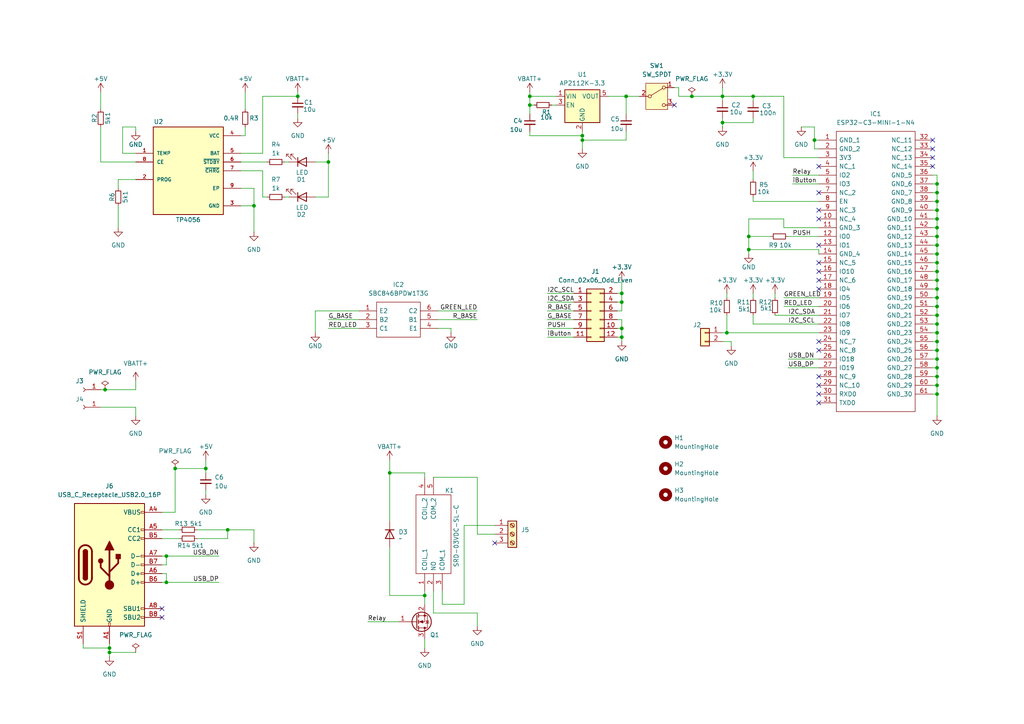
<source format=kicad_sch>
(kicad_sch (version 20250114) (generator "eeschema") (generator_version "9.0")
  (paper "A4")
  (junction (at 209.55 27.94))
  (junction (at 59.69 135.89))
  (junction (at 217.17 68.58))
  (junction (at 50.8 135.89))
  (junction (at 271.78 73.66))
  (junction (at 271.78 88.9))
  (junction (at 271.78 53.34))
  (junction (at 31.75 189.23))
  (junction (at 48.26 168.91))
  (junction (at 180.34 97.79))
  (junction (at 271.78 55.88))
  (junction (at 73.66 59.69))
  (junction (at 271.78 114.3))
  (junction (at 48.26 161.29))
  (junction (at 86.36 27.94))
  (junction (at 271.78 68.58))
  (junction (at 271.78 83.82))
  (junction (at 271.78 60.96))
  (junction (at 209.55 35.56))
  (junction (at 271.78 99.06))
  (junction (at 271.78 63.5))
  (junction (at 271.78 109.22))
  (junction (at 217.17 72.39))
  (junction (at 31.75 187.96))
  (junction (at 181.61 27.94))
  (junction (at 271.78 76.2))
  (junction (at 271.78 101.6))
  (junction (at 200.66 27.94))
  (junction (at 153.67 27.94))
  (junction (at 271.78 71.12))
  (junction (at 236.22 40.64))
  (junction (at 180.34 95.25))
  (junction (at 271.78 106.68))
  (junction (at 271.78 86.36))
  (junction (at 271.78 96.52))
  (junction (at 271.78 81.28))
  (junction (at 30.48 113.03))
  (junction (at 271.78 66.04))
  (junction (at 271.78 104.14))
  (junction (at 271.78 91.44))
  (junction (at 271.78 58.42))
  (junction (at 168.91 40.64))
  (junction (at 95.25 46.99))
  (junction (at 180.34 85.09))
  (junction (at 168.91 39.37))
  (junction (at 180.34 87.63))
  (junction (at 271.78 78.74))
  (junction (at 113.03 137.16))
  (junction (at 271.78 93.98))
  (junction (at 271.78 111.76))
  (junction (at 218.44 27.94))
  (junction (at 210.82 96.52))
  (junction (at 153.67 30.48))
  (junction (at 66.04 153.67))
  (junction (at 123.19 172.72))
  (no_connect (at 143.51 157.48))
  (no_connect (at 270.51 48.26))
  (no_connect (at 237.49 111.76))
  (no_connect (at 237.49 78.74))
  (no_connect (at 270.51 45.72))
  (no_connect (at 237.49 55.88))
  (no_connect (at 237.49 109.22))
  (no_connect (at 237.49 101.6))
  (no_connect (at 237.49 99.06))
  (no_connect (at 237.49 48.26))
  (no_connect (at 237.49 114.3))
  (no_connect (at 195.58 30.48))
  (no_connect (at 270.51 40.64))
  (no_connect (at 237.49 76.2))
  (no_connect (at 237.49 83.82))
  (no_connect (at 46.99 176.53))
  (no_connect (at 237.49 81.28))
  (no_connect (at 237.49 63.5))
  (no_connect (at 237.49 60.96))
  (no_connect (at 237.49 116.84))
  (no_connect (at 46.99 179.07))
  (no_connect (at 237.49 71.12))
  (no_connect (at 270.51 43.18))
  (wire (pts (xy 69.85 44.45) (xy 76.2 44.45)))
  (wire (pts (xy 209.55 27.94) (xy 209.55 29.21)))
  (wire (pts (xy 113.03 137.16) (xy 113.03 133.35)))
  (wire (pts (xy 50.8 148.59) (xy 46.99 148.59)))
  (wire (pts (xy 138.43 154.94) (xy 143.51 154.94)))
  (wire (pts (xy 227.33 45.72) (xy 227.33 27.94)))
  (wire (pts (xy 271.78 53.34) (xy 270.51 53.34)))
  (wire (pts (xy 271.78 68.58) (xy 271.78 71.12)))
  (wire (pts (xy 46.99 161.29) (xy 48.26 161.29)))
  (wire (pts (xy 180.34 97.79) (xy 180.34 99.06)))
  (wire (pts (xy 95.25 92.71) (xy 104.14 92.71)))
  (wire (pts (xy 180.34 92.71) (xy 180.34 95.25)))
  (wire (pts (xy 35.56 36.83) (xy 39.37 36.83)))
  (wire (pts (xy 237.49 45.72) (xy 227.33 45.72)))
  (wire (pts (xy 218.44 58.42) (xy 218.44 57.15)))
  (wire (pts (xy 218.44 27.94) (xy 227.33 27.94)))
  (wire (pts (xy 71.12 39.37) (xy 69.85 39.37)))
  (wire (pts (xy 271.78 114.3) (xy 271.78 120.65)))
  (wire (pts (xy 217.17 72.39) (xy 217.17 73.66)))
  (wire (pts (xy 73.66 54.61) (xy 73.66 59.69)))
  (wire (pts (xy 158.75 92.71) (xy 166.37 92.71)))
  (wire (pts (xy 212.09 99.06) (xy 212.09 100.33)))
  (wire (pts (xy 95.25 95.25) (xy 104.14 95.25)))
  (wire (pts (xy 46.99 153.67) (xy 52.07 153.67)))
  (wire (pts (xy 218.44 85.09) (xy 218.44 86.36)))
  (wire (pts (xy 134.62 175.26) (xy 128.27 175.26)))
  (wire (pts (xy 160.02 30.48) (xy 161.29 30.48)))
  (wire (pts (xy 113.03 137.16) (xy 123.19 137.16)))
  (wire (pts (xy 217.17 68.58) (xy 223.52 68.58)))
  (wire (pts (xy 24.13 187.96) (xy 31.75 187.96)))
  (wire (pts (xy 271.78 91.44) (xy 271.78 93.98)))
  (wire (pts (xy 218.44 49.53) (xy 218.44 52.07)))
  (wire (pts (xy 271.78 99.06) (xy 270.51 99.06)))
  (wire (pts (xy 218.44 93.98) (xy 237.49 93.98)))
  (wire (pts (xy 271.78 104.14) (xy 271.78 106.68)))
  (wire (pts (xy 50.8 135.89) (xy 50.8 148.59)))
  (wire (pts (xy 153.67 27.94) (xy 161.29 27.94)))
  (wire (pts (xy 168.91 38.1) (xy 168.91 39.37)))
  (wire (pts (xy 180.34 90.17) (xy 180.34 87.63)))
  (wire (pts (xy 180.34 81.28) (xy 180.34 85.09)))
  (wire (pts (xy 271.78 53.34) (xy 271.78 55.88)))
  (wire (pts (xy 29.21 113.03) (xy 30.48 113.03)))
  (wire (pts (xy 66.04 153.67) (xy 73.66 153.67)))
  (wire (pts (xy 271.78 88.9) (xy 270.51 88.9)))
  (wire (pts (xy 210.82 96.52) (xy 210.82 91.44)))
  (wire (pts (xy 271.78 109.22) (xy 270.51 109.22)))
  (wire (pts (xy 271.78 63.5) (xy 271.78 66.04)))
  (wire (pts (xy 104.14 90.17) (xy 91.44 90.17)))
  (wire (pts (xy 48.26 161.29) (xy 48.26 163.83)))
  (wire (pts (xy 232.41 36.83) (xy 236.22 36.83)))
  (wire (pts (xy 29.21 46.99) (xy 39.37 46.99)))
  (wire (pts (xy 39.37 110.49) (xy 39.37 113.03)))
  (wire (pts (xy 271.78 58.42) (xy 271.78 60.96)))
  (wire (pts (xy 180.34 97.79) (xy 179.07 97.79)))
  (wire (pts (xy 271.78 55.88) (xy 270.51 55.88)))
  (wire (pts (xy 123.19 185.42) (xy 123.19 187.96)))
  (wire (pts (xy 271.78 50.8) (xy 270.51 50.8)))
  (wire (pts (xy 127 95.25) (xy 130.81 95.25)))
  (wire (pts (xy 69.85 54.61) (xy 73.66 54.61)))
  (wire (pts (xy 271.78 106.68) (xy 270.51 106.68)))
  (wire (pts (xy 228.6 104.14) (xy 237.49 104.14)))
  (wire (pts (xy 236.22 40.64) (xy 236.22 43.18)))
  (wire (pts (xy 271.78 73.66) (xy 270.51 73.66)))
  (wire (pts (xy 34.29 52.07) (xy 34.29 54.61)))
  (wire (pts (xy 48.26 168.91) (xy 46.99 168.91)))
  (wire (pts (xy 271.78 60.96) (xy 271.78 63.5)))
  (wire (pts (xy 237.49 72.39) (xy 237.49 73.66)))
  (wire (pts (xy 91.44 46.99) (xy 95.25 46.99)))
  (wire (pts (xy 73.66 59.69) (xy 73.66 67.31)))
  (wire (pts (xy 271.78 71.12) (xy 271.78 73.66)))
  (wire (pts (xy 29.21 36.83) (xy 29.21 46.99)))
  (wire (pts (xy 168.91 40.64) (xy 168.91 43.18)))
  (wire (pts (xy 179.07 90.17) (xy 180.34 90.17)))
  (wire (pts (xy 138.43 177.8) (xy 138.43 181.61)))
  (wire (pts (xy 69.85 59.69) (xy 73.66 59.69)))
  (wire (pts (xy 271.78 83.82) (xy 270.51 83.82)))
  (wire (pts (xy 91.44 57.15) (xy 95.25 57.15)))
  (wire (pts (xy 106.68 180.34) (xy 115.57 180.34)))
  (wire (pts (xy 209.55 27.94) (xy 218.44 27.94)))
  (wire (pts (xy 271.78 71.12) (xy 270.51 71.12)))
  (wire (pts (xy 271.78 88.9) (xy 271.78 91.44)))
  (wire (pts (xy 271.78 101.6) (xy 271.78 104.14)))
  (wire (pts (xy 46.99 156.21) (xy 52.07 156.21)))
  (wire (pts (xy 153.67 26.67) (xy 153.67 27.94)))
  (wire (pts (xy 196.85 27.94) (xy 200.66 27.94)))
  (wire (pts (xy 125.73 171.45) (xy 125.73 177.8)))
  (wire (pts (xy 180.34 87.63) (xy 179.07 87.63)))
  (wire (pts (xy 123.19 172.72) (xy 123.19 175.26)))
  (wire (pts (xy 271.78 76.2) (xy 271.78 78.74)))
  (wire (pts (xy 271.78 114.3) (xy 270.51 114.3)))
  (wire (pts (xy 271.78 86.36) (xy 271.78 88.9)))
  (wire (pts (xy 271.78 96.52) (xy 271.78 99.06)))
  (wire (pts (xy 271.78 111.76) (xy 271.78 114.3)))
  (wire (pts (xy 130.81 95.25) (xy 130.81 96.52)))
  (wire (pts (xy 179.07 95.25) (xy 180.34 95.25)))
  (wire (pts (xy 209.55 27.94) (xy 209.55 25.4)))
  (wire (pts (xy 227.33 63.5) (xy 217.17 63.5)))
  (wire (pts (xy 217.17 72.39) (xy 237.49 72.39)))
  (wire (pts (xy 113.03 158.75) (xy 113.03 172.72)))
  (wire (pts (xy 224.79 91.44) (xy 237.49 91.44)))
  (wire (pts (xy 209.55 35.56) (xy 209.55 36.83)))
  (wire (pts (xy 86.36 27.94) (xy 86.36 26.67)))
  (wire (pts (xy 30.48 113.03) (xy 39.37 113.03)))
  (wire (pts (xy 181.61 40.64) (xy 168.91 40.64)))
  (wire (pts (xy 123.19 137.16) (xy 123.19 138.43)))
  (wire (pts (xy 31.75 186.69) (xy 31.75 187.96)))
  (wire (pts (xy 271.78 50.8) (xy 271.78 53.34)))
  (wire (pts (xy 86.36 33.02) (xy 86.36 34.29)))
  (wire (pts (xy 158.75 90.17) (xy 166.37 90.17)))
  (wire (pts (xy 236.22 43.18) (xy 237.49 43.18)))
  (wire (pts (xy 217.17 63.5) (xy 217.17 68.58)))
  (wire (pts (xy 39.37 118.11) (xy 39.37 120.65)))
  (wire (pts (xy 271.78 93.98) (xy 270.51 93.98)))
  (wire (pts (xy 271.78 106.68) (xy 271.78 109.22)))
  (wire (pts (xy 271.78 66.04) (xy 270.51 66.04)))
  (wire (pts (xy 158.75 97.79) (xy 166.37 97.79)))
  (wire (pts (xy 153.67 39.37) (xy 168.91 39.37)))
  (wire (pts (xy 48.26 166.37) (xy 48.26 168.91)))
  (wire (pts (xy 237.49 40.64) (xy 236.22 40.64)))
  (wire (pts (xy 209.55 35.56) (xy 209.55 34.29)))
  (wire (pts (xy 209.55 99.06) (xy 212.09 99.06)))
  (wire (pts (xy 271.78 104.14) (xy 270.51 104.14)))
  (wire (pts (xy 113.03 137.16) (xy 113.03 151.13)))
  (wire (pts (xy 50.8 135.89) (xy 59.69 135.89)))
  (wire (pts (xy 271.78 91.44) (xy 270.51 91.44)))
  (wire (pts (xy 271.78 66.04) (xy 271.78 68.58)))
  (wire (pts (xy 179.07 85.09) (xy 180.34 85.09)))
  (wire (pts (xy 271.78 101.6) (xy 270.51 101.6)))
  (wire (pts (xy 31.75 189.23) (xy 31.75 190.5)))
  (wire (pts (xy 218.44 34.29) (xy 218.44 35.56)))
  (wire (pts (xy 181.61 38.1) (xy 181.61 40.64)))
  (wire (pts (xy 227.33 63.5) (xy 227.33 66.04)))
  (wire (pts (xy 71.12 26.67) (xy 71.12 31.75)))
  (wire (pts (xy 271.78 78.74) (xy 270.51 78.74)))
  (wire (pts (xy 134.62 152.4) (xy 134.62 175.26)))
  (wire (pts (xy 153.67 30.48) (xy 154.94 30.48)))
  (wire (pts (xy 57.15 153.67) (xy 66.04 153.67)))
  (wire (pts (xy 73.66 153.67) (xy 73.66 157.48)))
  (wire (pts (xy 158.75 87.63) (xy 166.37 87.63)))
  (wire (pts (xy 91.44 90.17) (xy 91.44 96.52)))
  (wire (pts (xy 200.66 27.94) (xy 209.55 27.94)))
  (wire (pts (xy 127 90.17) (xy 138.43 90.17)))
  (wire (pts (xy 271.78 58.42) (xy 270.51 58.42)))
  (wire (pts (xy 179.07 92.71) (xy 180.34 92.71)))
  (wire (pts (xy 271.78 93.98) (xy 271.78 96.52)))
  (wire (pts (xy 229.87 50.8) (xy 237.49 50.8)))
  (wire (pts (xy 46.99 166.37) (xy 48.26 166.37)))
  (wire (pts (xy 271.78 55.88) (xy 271.78 58.42)))
  (wire (pts (xy 35.56 36.83) (xy 35.56 44.45)))
  (wire (pts (xy 271.78 68.58) (xy 270.51 68.58)))
  (wire (pts (xy 95.25 46.99) (xy 95.25 57.15)))
  (wire (pts (xy 209.55 35.56) (xy 218.44 35.56)))
  (wire (pts (xy 34.29 59.69) (xy 34.29 66.04)))
  (wire (pts (xy 29.21 26.67) (xy 29.21 31.75)))
  (wire (pts (xy 218.44 91.44) (xy 218.44 93.98)))
  (wire (pts (xy 218.44 58.42) (xy 237.49 58.42)))
  (wire (pts (xy 127 92.71) (xy 138.43 92.71)))
  (wire (pts (xy 217.17 68.58) (xy 217.17 72.39)))
  (wire (pts (xy 31.75 187.96) (xy 31.75 189.23)))
  (wire (pts (xy 143.51 152.4) (xy 134.62 152.4)))
  (wire (pts (xy 69.85 46.99) (xy 77.47 46.99)))
  (wire (pts (xy 153.67 33.02) (xy 153.67 30.48)))
  (wire (pts (xy 168.91 39.37) (xy 168.91 40.64)))
  (wire (pts (xy 176.53 27.94) (xy 181.61 27.94)))
  (wire (pts (xy 158.75 95.25) (xy 166.37 95.25)))
  (wire (pts (xy 76.2 49.53) (xy 76.2 57.15)))
  (wire (pts (xy 76.2 57.15) (xy 77.47 57.15)))
  (wire (pts (xy 196.85 25.4) (xy 195.58 25.4)))
  (wire (pts (xy 69.85 49.53) (xy 76.2 49.53)))
  (wire (pts (xy 227.33 88.9) (xy 237.49 88.9)))
  (wire (pts (xy 39.37 52.07) (xy 34.29 52.07)))
  (wire (pts (xy 66.04 156.21) (xy 66.04 153.67)))
  (wire (pts (xy 210.82 86.36) (xy 210.82 85.09)))
  (wire (pts (xy 48.26 163.83) (xy 46.99 163.83)))
  (wire (pts (xy 180.34 85.09) (xy 180.34 87.63)))
  (wire (pts (xy 125.73 138.43) (xy 138.43 138.43)))
  (wire (pts (xy 39.37 36.83) (xy 39.37 38.1)))
  (wire (pts (xy 138.43 138.43) (xy 138.43 154.94)))
  (wire (pts (xy 181.61 27.94) (xy 185.42 27.94)))
  (wire (pts (xy 181.61 33.02) (xy 181.61 27.94)))
  (wire (pts (xy 271.78 111.76) (xy 270.51 111.76)))
  (wire (pts (xy 271.78 63.5) (xy 270.51 63.5)))
  (wire (pts (xy 271.78 81.28) (xy 270.51 81.28)))
  (wire (pts (xy 153.67 38.1) (xy 153.67 39.37)))
  (wire (pts (xy 236.22 36.83) (xy 236.22 40.64)))
  (wire (pts (xy 271.78 96.52) (xy 270.51 96.52)))
  (wire (pts (xy 82.55 46.99) (xy 83.82 46.99)))
  (wire (pts (xy 271.78 60.96) (xy 270.51 60.96)))
  (wire (pts (xy 271.78 86.36) (xy 270.51 86.36)))
  (wire (pts (xy 95.25 44.45) (xy 95.25 46.99)))
  (wire (pts (xy 158.75 85.09) (xy 166.37 85.09)))
  (wire (pts (xy 123.19 172.72) (xy 123.19 171.45)))
  (wire (pts (xy 227.33 66.04) (xy 237.49 66.04)))
  (wire (pts (xy 125.73 177.8) (xy 138.43 177.8)))
  (wire (pts (xy 227.33 86.36) (xy 237.49 86.36)))
  (wire (pts (xy 210.82 96.52) (xy 237.49 96.52)))
  (wire (pts (xy 209.55 96.52) (xy 210.82 96.52)))
  (wire (pts (xy 218.44 27.94) (xy 218.44 29.21)))
  (wire (pts (xy 24.13 186.69) (xy 24.13 187.96)))
  (wire (pts (xy 153.67 30.48) (xy 153.67 27.94)))
  (wire (pts (xy 196.85 25.4) (xy 196.85 27.94)))
  (wire (pts (xy 229.87 53.34) (xy 237.49 53.34)))
  (wire (pts (xy 271.78 99.06) (xy 271.78 101.6)))
  (wire (pts (xy 48.26 161.29) (xy 63.5 161.29)))
  (wire (pts (xy 180.34 95.25) (xy 180.34 97.79)))
  (wire (pts (xy 271.78 73.66) (xy 271.78 76.2)))
  (wire (pts (xy 57.15 156.21) (xy 66.04 156.21)))
  (wire (pts (xy 128.27 171.45) (xy 128.27 175.26)))
  (wire (pts (xy 71.12 36.83) (xy 71.12 39.37)))
  (wire (pts (xy 271.78 76.2) (xy 270.51 76.2)))
  (wire (pts (xy 76.2 27.94) (xy 76.2 44.45)))
  (wire (pts (xy 113.03 172.72) (xy 123.19 172.72)))
  (wire (pts (xy 48.26 168.91) (xy 63.5 168.91)))
  (wire (pts (xy 59.69 133.35) (xy 59.69 135.89)))
  (wire (pts (xy 59.69 143.51) (xy 59.69 142.24)))
  (wire (pts (xy 228.6 68.58) (xy 237.49 68.58)))
  (wire (pts (xy 82.55 57.15) (xy 83.82 57.15)))
  (wire (pts (xy 271.78 81.28) (xy 271.78 83.82)))
  (wire (pts (xy 29.21 118.11) (xy 39.37 118.11)))
  (wire (pts (xy 76.2 27.94) (xy 86.36 27.94)))
  (wire (pts (xy 59.69 137.16) (xy 59.69 135.89)))
  (wire (pts (xy 271.78 109.22) (xy 271.78 111.76)))
  (wire (pts (xy 35.56 44.45) (xy 39.37 44.45)))
  (wire (pts (xy 224.79 85.09) (xy 224.79 86.36)))
  (wire (pts (xy 228.6 106.68) (xy 237.49 106.68)))
  (wire (pts (xy 39.37 189.23) (xy 31.75 189.23)))
  (wire (pts (xy 271.78 83.82) (xy 271.78 86.36)))
  (wire (pts (xy 271.78 78.74) (xy 271.78 81.28)))
  (label "I2C_SCL" (at 228.6 93.98 0))
  (label "PUSH" (at 158.75 95.25 0))
  (label "PUSH" (at 229.87 68.58 0))
  (label "Relay" (at 106.68 180.34 0))
  (label "USB_DN" (at 228.6 104.14 0))
  (label "I2C_SDA" (at 228.6 91.44 0))
  (label "RED_LED" (at 227.33 88.9 0))
  (label "I2C_SDA" (at 158.75 87.63 0))
  (label "GREEN_LED" (at 138.43 90.17 180))
  (label "iButton" (at 158.75 97.79 0))
  (label "USB_DN" (at 63.5 161.29 180))
  (label "Relay" (at 229.87 50.8 0))
  (label "I2C_SCL" (at 158.75 85.09 0))
  (label "USB_DP" (at 63.5 168.91 180))
  (label "RED_LED" (at 95.25 95.25 0))
  (label "G_BASE" (at 158.75 92.71 0))
  (label "R_BASE" (at 158.75 90.17 0))
  (label "GREEN_LED" (at 227.33 86.36 0))
  (label "R_BASE" (at 138.43 92.71 180))
  (label "G_BASE" (at 95.25 92.71 0))
  (label "iButton" (at 229.87 53.34 0))
  (label "USB_DP" (at 228.6 106.68 0))
  (symbol (lib_id "power:+5V") (at 95.25 44.45 0) (unit 1)
    (property "Reference" "#PWR011" (effects (hide yes)))
    (property "Value" "+5V" (at 95.25 40.64 0))
    (property "Description" "Power symbol creates a global label with name \"+5V\"" (effects (hide yes)))
  )
  (symbol (lib_id "power:GND") (at 86.36 34.29 0) (unit 1)
    (property "Reference" "#PWR06" (effects (hide yes)))
    (property "Value" "GND" (at 86.36 39.37 0))
    (property "Description" "Power symbol creates a global label with name \"GND\" , ground" (effects (hide yes)))
  )
  (symbol (lib_id "Device:R_Small") (at 218.44 54.61 180) (unit 1)
    (property "Reference" "R5" (at 221.488 53.594 0))
    (property "Value" "10k" (at 221.488 55.626 0))
    (property "Footprint" "Capacitor_SMD:C_1206_3216Metric_Pad1.33x1.80mm_HandSolder" (effects (hide yes)))
    (property "Description" "Resistor, small symbol" (effects (hide yes)))
  )
  (symbol (lib_id "power:PWR_FLAG") (at 50.8 135.89 0) (unit 1)
    (property "Reference" "#FLG02" (effects (hide yes)))
    (property "Value" "PWR_FLAG" (at 50.8 130.81 0))
    (property "Description" "Special symbol for telling ERC where power comes from" (effects (hide yes)))
  )
  (symbol (lib_id "power:VBUS") (at 39.37 110.49 0) (unit 1)
    (property "Reference" "#PWR022" (effects (hide yes)))
    (property "Value" "VBATT+" (at 39.37 105.41 0))
    (property "Description" "Power symbol creates a global label with name \"VBUS\"" (effects (hide yes)))
  )
  (symbol (lib_id "Device:R_Small") (at 218.44 88.9 180) (unit 1)
    (property "Reference" "R11" (at 215.646 87.63 0))
    (property "Value" "5k1" (at 215.9 89.662 0))
    (property "Footprint" "Capacitor_SMD:C_1206_3216Metric_Pad1.33x1.80mm_HandSolder" (effects (hide yes)))
    (property "Description" "Resistor, small symbol" (effects (hide yes)))
  )
  (symbol (lib_id "power:GND") (at 138.43 181.61 0) (unit 1)
    (property "Reference" "#PWR033" (effects (hide yes)))
    (property "Value" "GND" (at 138.43 186.69 0))
    (property "Description" "Power symbol creates a global label with name \"GND\" , ground" (effects (hide yes)))
  )
  (symbol (lib_id "power:GND") (at 130.81 96.52 0) (unit 1)
    (property "Reference" "#PWR031" (effects (hide yes)))
    (property "Value" "GND" (at 130.81 100.33 0))
    (property "Description" "Power symbol creates a global label with name \"GND\" , ground" (effects (hide yes)))
  )
  (symbol (lib_id "Connector:Conn_01x01_Socket") (at 24.13 118.11 180) (unit 1) (exclude_from_sim yes)
    (property "Reference" "J4" (at 23.114 115.824 0))
    (property "Value" "Conn_01x01_Socket" (effects (hide yes)))
    (property "Footprint" "CustomLibrary:SolderWirePad_1x01_SMD_4x4mm" (effects (hide yes)))
    (property "Description" "Generic connector, single row, 01x01, script generated" (effects (hide yes)))
  )
  (symbol (lib_id "Device:R_Small") (at 224.79 88.9 180) (unit 1)
    (property "Reference" "R12" (at 221.996 87.63 0))
    (property "Value" "5k1" (at 222.25 89.408 0))
    (property "Footprint" "Capacitor_SMD:C_1206_3216Metric_Pad1.33x1.80mm_HandSolder" (effects (hide yes)))
    (property "Description" "Resistor, small symbol" (effects (hide yes)))
  )
  (symbol (lib_id "power:GND") (at 168.91 43.18 0) (unit 1)
    (property "Reference" "#PWR010" (effects (hide yes)))
    (property "Value" "GND" (at 168.91 48.26 0))
    (property "Description" "Power symbol creates a global label with name \"GND\" , ground" (effects (hide yes)))
  )
  (symbol (lib_id "power:VBUS") (at 113.03 133.35 0) (unit 1)
    (property "Reference" "#PWR026" (effects (hide yes)))
    (property "Value" "VBATT+" (at 113.03 129.54 0))
    (property "Description" "Power symbol creates a global label with name \"VBUS\"" (effects (hide yes)))
  )
  (symbol (lib_id "Connector_Generic:Conn_02x06_Odd_Even") (at 171.45 90.17 0) (unit 1)
    (property "Reference" "J1" (at 172.72 78.74 0))
    (property "Value" "Conn_02x06_Odd_Even" (at 172.72 81.28 0))
    (property "Footprint" "Connector_PinHeader_2.00mm:PinHeader_2x06_P2.00mm_Vertical" (effects (hide yes)))
    (property "Description" "Generic connector, double row, 02x06, odd/even pin numbering scheme (row 1 odd numbers, row 2 even numbers), script generated (kicad-library-utils/schlib/autogen/connector/)" (effects (hide yes)))
  )
  (symbol (lib_id "Switch:SW_SPDT") (at 190.5 27.94 0) (unit 1)
    (property "Reference" "SW1" (at 190.5 19.05 0))
    (property "Value" "SW_SPDT" (at 190.5 21.59 0))
    (property "Footprint" "Connector_PinHeader_2.00mm:PinHeader_1x03_P2.00mm_Vertical" (effects (hide yes)))
    (property "Description" "Switch, single pole double throw" (effects (hide yes)))
  )
  (symbol (lib_id "Mechanical:MountingHole") (at 193.04 128.27 0) (unit 1) (exclude_from_sim yes) (in_bom no)
    (property "Reference" "H1" (at 195.58 126.9999 0) (effects (justify left)))
    (property "Value" "MountingHole" (at 195.58 129.5399 0) (effects (justify left)))
    (property "Footprint" "MountingHole:MountingHole_3.2mm_M3" (effects (hide yes)))
    (property "Description" "Mounting Hole without connection" (effects (hide yes)))
  )
  (symbol (lib_id "Device:R_Small") (at 71.12 34.29 0) (mirror x) (unit 1)
    (property "Reference" "R3" (at 73.66 34.29 0))
    (property "Value" "0.4R" (at 67.056 34.29 0))
    (property "Footprint" "Capacitor_SMD:C_1206_3216Metric_Pad1.33x1.80mm_HandSolder" (effects (hide yes)))
    (property "Description" "Resistor, small symbol" (effects (hide yes)))
  )
  (symbol (lib_id "Mechanical:MountingHole") (at 193.04 135.89 0) (unit 1) (exclude_from_sim yes) (in_bom no)
    (property "Reference" "H2" (at 195.58 134.6199 0) (effects (justify left)))
    (property "Value" "MountingHole" (at 195.58 137.1599 0) (effects (justify left)))
    (property "Footprint" "MountingHole:MountingHole_3.2mm_M3" (effects (hide yes)))
    (property "Description" "Mounting Hole without connection" (effects (hide yes)))
  )
  (symbol (lib_id "Connector:Screw_Terminal_01x03") (at 148.59 154.94 0) (unit 1)
    (property "Reference" "J5" (at 151.13 153.6699 0) (effects (justify left)))
    (property "Value" "Screw_Terminal_01x03" (effects (hide yes)))
    (property "Footprint" "Connector_PinSocket_2.54mm:PinSocket_1x03_P2.54mm_Vertical" (effects (hide yes)))
    (property "Description" "Generic screw terminal, single row, 01x03, script generated (kicad-library-utils/schlib/autogen/connector/)" (effects (hide yes)))
  )
  (symbol (lib_id "power:GND") (at 73.66 67.31 0) (unit 1)
    (property "Reference" "#PWR014" (effects (hide yes)))
    (property "Value" "GND" (at 73.66 72.39 0))
    (property "Description" "Power symbol creates a global label with name \"GND\" , ground" (effects (hide yes)))
  )
  (symbol (lib_id "power:GND") (at 123.19 187.96 0) (unit 1)
    (property "Reference" "#PWR029" (effects (hide yes)))
    (property "Value" "GND" (at 123.19 193.04 0))
    (property "Description" "Power symbol creates a global label with name \"GND\" , ground" (effects (hide yes)))
  )
  (symbol (lib_id "power:+5V") (at 29.21 26.67 0) (unit 1)
    (property "Reference" "#PWR01" (effects (hide yes)))
    (property "Value" "+5V" (at 29.21 22.86 0))
    (property "Description" "Power symbol creates a global label with name \"+5V\"" (effects (hide yes)))
  )
  (symbol (lib_id "SamacSys_Parts:SRD-03VDC-SL-C") (at 123.19 171.45 90) (unit 1)
    (property "Reference" "K1" (at 129.032 142.24 90) (effects (justify right)))
    (property "Value" "SRD-03VDC-SL-C" (at 132.334 146.304 0) (effects (justify right)))
    (property "Footprint" "SamacSys_Parts:SRD03VDCSLC" (effects (hide yes)))
    (property "Datasheet" "http://www.songle.com/Public/Uploads/20160917/57dca49e883c2.pdf" (effects (hide yes)))
    (property "Description" "General Purpose Non Latching 3VDC SPDT Through Hole Relays RoHS" (effects (hide yes)))
    (property "Description_1" "General Purpose Non Latching 3VDC SPDT Through Hole Relays RoHS" (effects (hide yes)))
    (property "Height" "15.8" (effects (hide yes)))
    (property "Manufacturer_Name" "Songle Relay" (effects (hide yes)))
    (property "Manufacturer_Part_Number" "SRD-03VDC-SL-C" (effects (hide yes)))
  )
  (symbol (lib_id "Diode:1N5404") (at 113.03 154.94 270) (unit 1)
    (property "Reference" "D3" (at 115.57 154.3049 90) (effects (justify left)))
    (property "Value" "~" (at 115.57 156.21 90) (effects (justify left)))
    (property "Footprint" "Diode_THT:D_DO-201AD_P15.24mm_Horizontal" (effects (hide yes)))
    (property "Datasheet" "http://www.vishay.com/docs/88516/1n5400.pdf" (effects (hide yes)))
    (property "Description" "400V 3A General Purpose Rectifier Diode, DO-201AD" (effects (hide yes)))
    (property "Sim.Device" "D" (effects (hide yes)))
    (property "Sim.Pins" "1=K 2=A" (effects (hide yes)))
  )
  (symbol (lib_id "Customsymbols:TP4056") (at 54.61 49.53 0) (unit 1)
    (property "Reference" "U2" (at 45.974 35.306 0))
    (property "Value" "TP4056" (at 54.61 63.754 0))
    (property "Footprint" "CustomLibrary:SOP127P600X175-9N" (effects (hide yes)))
  )
  (symbol (lib_id "power:+5V") (at 71.12 26.67 0) (unit 1)
    (property "Reference" "#PWR02" (effects (hide yes)))
    (property "Value" "+5V" (at 71.12 22.86 0))
    (property "Description" "Power symbol creates a global label with name \"+5V\"" (effects (hide yes)))
  )
  (symbol (lib_id "Device:R_Small") (at 210.82 88.9 180) (unit 1)
    (property "Reference" "R10" (at 207.772 87.884 0))
    (property "Value" "10k" (at 207.518 89.916 0))
    (property "Footprint" "Capacitor_SMD:C_1206_3216Metric_Pad1.33x1.80mm_HandSolder" (effects (hide yes)))
    (property "Description" "Resistor, small symbol" (effects (hide yes)))
  )
  (symbol (lib_id "power:VBUS") (at 153.67 26.67 0) (unit 1)
    (property "Reference" "#PWR04" (effects (hide yes)))
    (property "Value" "VBATT+" (at 153.67 22.86 0))
    (property "Description" "Power symbol creates a global label with name \"VBUS\"" (effects (hide yes)))
  )
  (symbol (lib_id "power:GND") (at 59.69 143.51 0) (unit 1)
    (property "Reference" "#PWR027" (effects (hide yes)))
    (property "Value" "GND" (at 59.69 148.59 0))
    (property "Description" "Power symbol creates a global label with name \"GND\" , ground" (effects (hide yes)))
  )
  (symbol (lib_id "power:GND") (at 39.37 38.1 0) (unit 1)
    (property "Reference" "#PWR09" (effects (hide yes)))
    (property "Value" "GND" (at 39.37 41.91 0))
    (property "Description" "Power symbol creates a global label with name \"GND\" , ground" (effects (hide yes)))
  )
  (symbol (lib_id "power:+3.3V") (at 224.79 85.09 0) (unit 1)
    (property "Reference" "#PWR019" (effects (hide yes)))
    (property "Value" "+3.3V" (at 224.79 81.28 0))
    (property "Description" "Power symbol creates a global label with name \"+3.3V\"" (effects (hide yes)))
  )
  (symbol (lib_id "power:GND") (at 31.75 190.5 0) (unit 1)
    (property "Reference" "#PWR030" (effects (hide yes)))
    (property "Value" "GND" (at 31.75 195.58 0))
    (property "Description" "Power symbol creates a global label with name \"GND\" , ground" (effects (hide yes)))
  )
  (symbol (lib_id "power:+3.3V") (at 180.34 81.28 0) (unit 1)
    (property "Reference" "#PWR016" (effects (hide yes)))
    (property "Value" "+3.3V" (at 180.34 77.47 0))
    (property "Description" "Power symbol creates a global label with name \"+3.3V\"" (effects (hide yes)))
  )
  (symbol (lib_id "power:VBUS") (at 86.36 26.67 0) (unit 1)
    (property "Reference" "#PWR03" (effects (hide yes)))
    (property "Value" "VBATT+" (at 86.36 22.86 0))
    (property "Description" "Power symbol creates a global label with name \"VBUS\"" (effects (hide yes)))
  )
  (symbol (lib_id "power:GND") (at 271.78 120.65 0) (unit 1)
    (property "Reference" "#PWR024" (effects (hide yes)))
    (property "Value" "GND" (at 271.78 125.73 0))
    (property "Description" "Power symbol creates a global label with name \"GND\" , ground" (effects (hide yes)))
  )
  (symbol (lib_id "power:GND") (at 212.09 100.33 0) (unit 1)
    (property "Reference" "#PWR021" (effects (hide yes)))
    (property "Value" "GND" (at 212.09 105.41 0))
    (property "Description" "Power symbol creates a global label with name \"GND\" , ground" (effects (hide yes)))
  )
  (symbol (lib_id "power:GND") (at 39.37 120.65 0) (unit 1)
    (property "Reference" "#PWR023" (effects (hide yes)))
    (property "Value" "GND" (at 39.37 125.73 0))
    (property "Description" "Power symbol creates a global label with name \"GND\" , ground" (effects (hide yes)))
  )
  (symbol (lib_id "Device:R_Small") (at 54.61 156.21 90) (unit 1)
    (property "Reference" "R14" (at 53.34 158.242 90))
    (property "Value" "5k1" (at 57.404 158.242 90))
    (property "Footprint" "Capacitor_SMD:C_1206_3216Metric_Pad1.33x1.80mm_HandSolder" (effects (hide yes)))
    (property "Description" "Resistor, small symbol" (effects (hide yes)))
  )
  (symbol (lib_id "Transistor_FET:IRLML0030") (at 120.65 180.34 0) (mirror x) (unit 1)
    (property "Reference" "Q1" (at 124.714 184.15 0) (effects (justify left)))
    (property "Value" "IRLML0030" (effects (hide yes)))
    (property "Footprint" "Package_TO_SOT_SMD:SOT-23" (effects (hide yes)))
    (property "Datasheet" "https://www.infineon.com/dgdl/irlml0030pbf.pdf?fileId=5546d462533600a401535664773825df" (effects (hide yes)))
    (property "Description" "5.3A Id, 30V Vds, 27mOhm Rds, N-Channel HEXFET Power MOSFET, SOT-23" (effects (hide yes)))
  )
  (symbol (lib_id "Connector:USB_C_Receptacle_USB2.0_16P") (at 31.75 163.83 0) (unit 1)
    (property "Reference" "J6" (at 31.75 140.97 0))
    (property "Value" "USB_C_Receptacle_USB2.0_16P" (at 31.75 143.51 0))
    (property "Footprint" "Connector_USB:USB_C_Receptacle_GCT_USB4105-xx-A_16P_TopMnt_Horizontal" (effects (hide yes)))
    (property "Datasheet" "https://www.usb.org/sites/default/files/documents/usb_type-c.zip" (effects (hide yes)))
    (property "Description" "USB 2.0-only 16P Type-C Receptacle connector" (effects (hide yes)))
  )
  (symbol (lib_id "power:+3.3V") (at 210.82 85.09 0) (unit 1)
    (property "Reference" "#PWR017" (effects (hide yes)))
    (property "Value" "+3.3V" (at 210.82 81.28 0))
    (property "Description" "Power symbol creates a global label with name \"+3.3V\"" (effects (hide yes)))
  )
  (symbol (lib_id "power:GND") (at 34.29 66.04 0) (unit 1)
    (property "Reference" "#PWR013" (effects (hide yes)))
    (property "Value" "GND" (at 34.29 71.12 0))
    (property "Description" "Power symbol creates a global label with name \"GND\" , ground" (effects (hide yes)))
  )
  (symbol (lib_id "Device:R_Small") (at 157.48 30.48 270) (unit 1)
    (property "Reference" "R1" (at 158.496 32.512 90))
    (property "Value" "10k" (at 158.496 34.036 90))
    (property "Footprint" "Capacitor_SMD:C_1206_3216Metric_Pad1.33x1.80mm_HandSolder" (effects (hide yes)))
    (property "Description" "Resistor, small symbol" (effects (hide yes)))
  )
  (symbol (lib_id "power:GND") (at 91.44 96.52 0) (unit 1)
    (property "Reference" "#PWR032" (effects (hide yes)))
    (property "Value" "GND" (at 91.44 100.33 0))
    (property "Description" "Power symbol creates a global label with name \"GND\" , ground" (effects (hide yes)))
  )
  (symbol (lib_id "Device:R_Small") (at 80.01 57.15 90) (unit 1)
    (property "Reference" "R7" (at 80.01 52.07 90))
    (property "Value" "1k" (at 80.01 54.61 90))
    (property "Footprint" "Capacitor_SMD:C_1206_3216Metric_Pad1.33x1.80mm_HandSolder" (effects (hide yes)))
    (property "Description" "Resistor, small symbol" (effects (hide yes)))
  )
  (symbol (lib_id "SamacSys_Parts:SBC846BPDW1T3G") (at 104.14 90.17 0) (unit 1)
    (property "Reference" "IC2" (at 115.57 82.55 0))
    (property "Value" "SBC846BPDW1T3G" (at 115.57 85.09 0))
    (property "Footprint" "SamacSys_Parts:SOT65P210X110-6N" (effects (hide yes)))
    (property "Datasheet" "https://www.onsemi.com/pub/Collateral/BC846BPDW1T1-D.PDF" (effects (hide yes)))
    (property "Description" "Pb-Free Package is Available; S and NSV Prefix for Automotive and Other Applications Requiring Unique Site and Control Change Requirements; AECQ101 Qualified and PPAP Capable" (effects (hide yes)))
    (property "Description_1" "Pb-Free Package is Available; S and NSV Prefix for Automotive and Other Applications Requiring Unique Site and Control Change Requirements; AECQ101 Qualified and PPAP Capable" (effects (hide yes)))
    (property "Height" "1.1" (effects (hide yes)))
    (property "Manufacturer_Name" "onsemi" (effects (hide yes)))
    (property "Manufacturer_Part_Number" "SBC846BPDW1T3G" (effects (hide yes)))
    (property "Mouser Part Number" "863-SBC846BPDW1T3G" (effects (hide yes)))
    (property "Mouser Price/Stock" "https://www.mouser.co.uk/ProductDetail/onsemi/SBC846BPDW1T3G?qs=vvQtp7zwQdMfEz7gXGIUpw%3D%3D" (effects (hide yes)))
    (property "Arrow Part Number" "SBC846BPDW1T3G" (effects (hide yes)))
    (property "Arrow Price/Stock" "https://www.arrow.com/en/products/sbc846bpdw1t3g/on-semiconductor?utm_currency=USD&region=nac" (effects (hide yes)))
  )
  (symbol (lib_id "Device:LED") (at 87.63 46.99 0) (mirror x) (unit 1)
    (property "Reference" "D1" (at 87.376 52.07 0))
    (property "Value" "LED" (at 87.63 50.038 0))
    (property "Footprint" "LED_SMD:LED_1206_3216Metric_Pad1.42x1.75mm_HandSolder" (effects (hide yes)))
    (property "Description" "Light emitting diode" (effects (hide yes)))
  )
  (symbol (lib_id "Device:C_Small") (at 181.61 35.56 0) (unit 1)
    (property "Reference" "C5" (at 177.038 34.544 0) (effects (justify left)))
    (property "Value" "10u" (at 177.038 37.338 0) (effects (justify left)))
    (property "Footprint" "Capacitor_SMD:C_1206_3216Metric_Pad1.33x1.80mm_HandSolder" (effects (hide yes)))
    (property "Description" "Unpolarized capacitor, small symbol" (effects (hide yes)))
  )
  (symbol (lib_id "power:+5V") (at 59.69 133.35 0) (unit 1)
    (property "Reference" "#PWR025" (effects (hide yes)))
    (property "Value" "+5V" (at 59.69 129.54 0))
    (property "Description" "Power symbol creates a global label with name \"+5V\"" (effects (hide yes)))
  )
  (symbol (lib_id "Device:R_Small") (at 34.29 57.15 180) (unit 1)
    (property "Reference" "R6" (at 32.512 57.15 90))
    (property "Value" "5k1" (at 36.322 57.15 90))
    (property "Footprint" "Capacitor_SMD:C_1206_3216Metric_Pad1.33x1.80mm_HandSolder" (effects (hide yes)))
    (property "Description" "Resistor, small symbol" (effects (hide yes)))
  )
  (symbol (lib_id "power:+3.3V") (at 209.55 25.4 0) (unit 1)
    (property "Reference" "#PWR05" (effects (hide yes)))
    (property "Value" "+3.3V" (at 209.55 21.59 0))
    (property "Description" "Power symbol creates a global label with name \"+3.3V\"" (effects (hide yes)))
  )
  (symbol (lib_id "Device:R_Small") (at 80.01 46.99 90) (unit 1)
    (property "Reference" "R4" (at 80.01 41.91 90))
    (property "Value" "1k" (at 80.01 44.45 90))
    (property "Footprint" "Capacitor_SMD:C_1206_3216Metric_Pad1.33x1.80mm_HandSolder" (effects (hide yes)))
    (property "Description" "Resistor, small symbol" (effects (hide yes)))
  )
  (symbol (lib_id "Regulator_Linear:AP2112K-3.3") (at 168.91 30.48 0) (unit 1)
    (property "Reference" "U1" (at 168.91 21.59 0))
    (property "Value" "AP2112K-3.3" (at 168.91 24.13 0))
    (property "Footprint" "Package_TO_SOT_SMD:SOT-23-5" (effects (hide yes)))
    (property "Datasheet" "https://www.diodes.com/assets/Datasheets/AP2112.pdf" (effects (hide yes)))
    (property "Description" "600mA low dropout linear regulator, with enable pin, 3.8V-6V input voltage range, 3.3V fixed positive output, SOT-23-5" (effects (hide yes)))
  )
  (symbol (lib_id "power:GND") (at 73.66 157.48 0) (unit 1)
    (property "Reference" "#PWR028" (effects (hide yes)))
    (property "Value" "GND" (at 73.66 162.56 0))
    (property "Description" "Power symbol creates a global label with name \"GND\" , ground" (effects (hide yes)))
  )
  (symbol (lib_id "power:GND") (at 232.41 36.83 0) (unit 1)
    (property "Reference" "#PWR08" (effects (hide yes)))
    (property "Value" "GND" (at 232.41 41.91 0))
    (property "Description" "Power symbol creates a global label with name \"GND\" , ground" (effects (hide yes)))
  )
  (symbol (lib_id "Device:LED") (at 87.63 57.15 0) (mirror x) (unit 1)
    (property "Reference" "D2" (at 87.376 62.23 0))
    (property "Value" "LED" (at 87.63 60.198 0))
    (property "Footprint" "LED_SMD:LED_1206_3216Metric_Pad1.42x1.75mm_HandSolder" (effects (hide yes)))
    (property "Description" "Light emitting diode" (effects (hide yes)))
  )
  (symbol (lib_id "Mechanical:MountingHole") (at 193.04 143.51 0) (unit 1) (exclude_from_sim yes) (in_bom no)
    (property "Reference" "H3" (at 195.58 142.2399 0) (effects (justify left)))
    (property "Value" "MountingHole" (at 195.58 144.7799 0) (effects (justify left)))
    (property "Footprint" "MountingHole:MountingHole_3.2mm_M3" (effects (hide yes)))
    (property "Description" "Mounting Hole without connection" (effects (hide yes)))
  )
  (symbol (lib_name "Conn_01x01_Socket_1") (lib_id "Connector:Conn_01x01_Socket") (at 24.13 113.03 180) (unit 1) (exclude_from_sim yes)
    (property "Reference" "J3" (at 23.114 110.49 0))
    (property "Value" "Conn_01x01_Socket" (effects (hide yes)))
    (property "Footprint" "CustomLibrary:SolderWirePad_1x01_SMD_4x4mm" (effects (hide yes)))
    (property "Description" "Generic connector, single row, 01x01, script generated" (effects (hide yes)))
  )
  (symbol (lib_id "Device:C_Small") (at 218.44 31.75 0) (unit 1)
    (property "Reference" "C3" (at 220.98 30.734 0) (effects (justify left)))
    (property "Value" "100n" (at 220.218 32.766 0) (effects (justify left)))
    (property "Footprint" "Capacitor_SMD:C_1206_3216Metric_Pad1.33x1.80mm_HandSolder" (effects (hide yes)))
    (property "Description" "Unpolarized capacitor, small symbol" (effects (hide yes)))
  )
  (symbol (lib_id "power:+3.3V") (at 218.44 85.09 0) (unit 1)
    (property "Reference" "#PWR018" (effects (hide yes)))
    (property "Value" "+3.3V" (at 218.44 81.28 0))
    (property "Description" "Power symbol creates a global label with name \"+3.3V\"" (effects (hide yes)))
  )
  (symbol (lib_id "Device:R_Small") (at 226.06 68.58 270) (unit 1)
    (property "Reference" "R9" (at 224.282 71.12 90))
    (property "Value" "10k" (at 227.838 71.12 90))
    (property "Footprint" "Capacitor_SMD:C_1206_3216Metric_Pad1.33x1.80mm_HandSolder" (effects (hide yes)))
    (property "Description" "Resistor, small symbol" (effects (hide yes)))
  )
  (symbol (lib_id "power:+3.3V") (at 218.44 49.53 0) (unit 1)
    (property "Reference" "#PWR012" (effects (hide yes)))
    (property "Value" "+3.3V" (at 218.44 45.72 0))
    (property "Description" "Power symbol creates a global label with name \"+3.3V\"" (effects (hide yes)))
  )
  (symbol (lib_id "power:PWR_FLAG") (at 39.37 189.23 0) (unit 1)
    (property "Reference" "#FLG03" (effects (hide yes)))
    (property "Value" "PWR_FLAG" (at 39.37 184.15 0))
    (property "Description" "Special symbol for telling ERC where power comes from" (effects (hide yes)))
  )
  (symbol (lib_id "power:GND") (at 217.17 73.66 0) (unit 1)
    (property "Reference" "#PWR015" (effects (hide yes)))
    (property "Value" "GND" (at 217.17 77.47 0))
    (property "Description" "Power symbol creates a global label with name \"GND\" , ground" (effects (hide yes)))
  )
  (symbol (lib_id "power:PWR_FLAG") (at 200.66 27.94 0) (unit 1)
    (property "Reference" "#FLG04" (effects (hide yes)))
    (property "Value" "PWR_FLAG" (at 200.66 22.86 0))
    (property "Description" "Special symbol for telling ERC where power comes from" (effects (hide yes)))
  )
  (symbol (lib_id "power:GND") (at 180.34 99.06 0) (unit 1)
    (property "Reference" "#PWR020" (effects (hide yes)))
    (property "Value" "GND" (at 180.34 104.14 0))
    (property "Description" "Power symbol creates a global label with name \"GND\" , ground" (effects (hide yes)))
  )
  (symbol (lib_id "Device:C_Small") (at 86.36 30.48 0) (unit 1)
    (property "Reference" "C1" (at 88.138 29.718 0) (effects (justify left)))
    (property "Value" "10u" (at 87.884 31.75 0) (effects (justify left)))
    (property "Footprint" "Capacitor_SMD:C_1206_3216Metric_Pad1.33x1.80mm_HandSolder" (effects (hide yes)))
    (property "Description" "Unpolarized capacitor, small symbol" (effects (hide yes)))
  )
  (symbol (lib_id "Device:R_Small") (at 29.21 34.29 180) (unit 1)
    (property "Reference" "R2" (at 27.432 34.29 90))
    (property "Value" "5k1" (at 31.242 34.29 90))
    (property "Footprint" "Capacitor_SMD:C_1206_3216Metric_Pad1.33x1.80mm_HandSolder" (effects (hide yes)))
    (property "Description" "Resistor, small symbol" (effects (hide yes)))
  )
  (symbol (lib_id "power:PWR_FLAG") (at 30.48 113.03 0) (unit 1)
    (property "Reference" "#FLG01" (effects (hide yes)))
    (property "Value" "PWR_FLAG" (at 30.48 107.95 0))
    (property "Description" "Special symbol for telling ERC where power comes from" (effects (hide yes)))
  )
  (symbol (lib_id "SamacSys_Parts:ESP32-C3-MINI-1-N4") (at 237.49 40.64 0) (unit 1)
    (property "Reference" "IC1" (at 254 33.02 0))
    (property "Value" "ESP32-C3-MINI-1-N4" (at 254 35.56 0))
    (property "Footprint" "SamacSys_Parts:ESP32C3MINI1N4" (effects (hide yes)))
    (property "Datasheet" "https://www.mouser.com/datasheet/2/891/Espressif_ESP32_C3_MINI_1_Datasheet-2006822.pdf" (effects (hide yes)))
    (property "Description" "SMD MODULE, ESP32-C3FN4, PCB ANT" (effects (hide yes)))
    (property "Description_1" "SMD MODULE, ESP32-C3FN4, PCB ANT" (effects (hide yes)))
    (property "Height" "2.55" (effects (hide yes)))
    (property "Manufacturer_Name" "Espressif Systems" (effects (hide yes)))
    (property "Manufacturer_Part_Number" "ESP32-C3-MINI-1-N4" (effects (hide yes)))
    (property "Mouser Part Number" "356-ESP32-C3-MINI1N4" (effects (hide yes)))
    (property "Mouser Price/Stock" "https://www.mouser.co.uk/ProductDetail/Espressif-Systems/ESP32-C3-MINI-1-N4?qs=stqOd1AaK7%252B%2FpH3qqyGehA%3D%3D" (effects (hide yes)))
  )
  (symbol (lib_id "Device:C_Small") (at 209.55 31.75 0) (unit 1)
    (property "Reference" "C2" (at 212.09 30.48 0) (effects (justify left)))
    (property "Value" "10u" (at 211.582 32.512 0) (effects (justify left)))
    (property "Footprint" "Capacitor_SMD:C_1206_3216Metric_Pad1.33x1.80mm_HandSolder" (effects (hide yes)))
    (property "Description" "Unpolarized capacitor, small symbol" (effects (hide yes)))
  )
  (symbol (lib_id "power:GND") (at 209.55 36.83 0) (unit 1)
    (property "Reference" "#PWR07" (effects (hide yes)))
    (property "Value" "GND" (at 209.55 41.91 0))
    (property "Description" "Power symbol creates a global label with name \"GND\" , ground" (effects (hide yes)))
  )
  (symbol (lib_id "Connector_Generic:Conn_01x02") (at 204.47 96.52 0) (mirror y) (unit 1)
    (property "Reference" "J2" (at 202.184 94.234 0))
    (property "Value" "Conn_01x02" (effects (hide yes)))
    (property "Footprint" "Connector_PinHeader_2.54mm:PinHeader_1x02_P2.54mm_Vertical" (effects (hide yes)))
    (property "Description" "Generic connector, single row, 01x02, script generated (kicad-library-utils/schlib/autogen/connector/)" (effects (hide yes)))
  )
  (symbol (lib_id "Device:R_Small") (at 54.61 153.67 90) (unit 1)
    (property "Reference" "R13" (at 52.578 151.892 90))
    (property "Value" "5k1" (at 56.896 151.892 90))
    (property "Footprint" "Capacitor_SMD:C_1206_3216Metric_Pad1.33x1.80mm_HandSolder" (effects (hide yes)))
    (property "Description" "Resistor, small symbol" (effects (hide yes)))
  )
  (symbol (lib_id "Device:C_Small") (at 153.67 35.56 0) (unit 1)
    (property "Reference" "C4" (at 148.844 35.052 0) (effects (justify left)))
    (property "Value" "10u" (at 147.828 37.592 0) (effects (justify left)))
    (property "Footprint" "Capacitor_SMD:C_1206_3216Metric_Pad1.33x1.80mm_HandSolder" (effects (hide yes)))
    (property "Description" "Unpolarized capacitor, small symbol" (effects (hide yes)))
  )
  (symbol (lib_id "Device:C_Small") (at 59.69 139.7 0) (unit 1)
    (property "Reference" "C6" (at 62.23 138.4362 0) (effects (justify left)))
    (property "Value" "10u" (at 62.23 140.9762 0) (effects (justify left)))
    (property "Footprint" "Capacitor_SMD:C_1206_3216Metric_Pad1.33x1.80mm_HandSolder" (effects (hide yes)))
    (property "Description" "Unpolarized capacitor, small symbol" (effects (hide yes)))
  )
)
</source>
